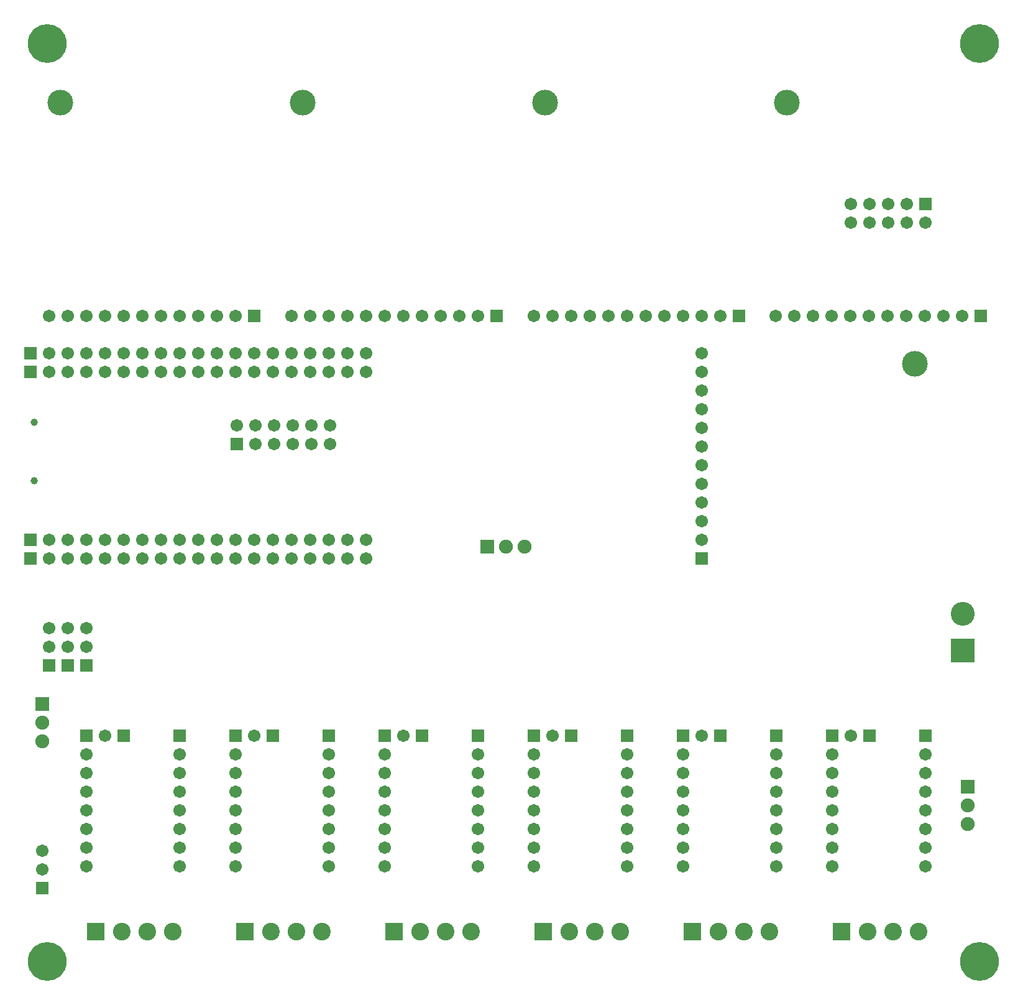
<source format=gbr>
G04 DipTrace 4.0.0.2*
G04 BottomMask.gbr*
%MOIN*%
G04 #@! TF.FileFunction,Soldermask,Bot*
G04 #@! TF.Part,Single*
%ADD54C,0.137795*%
%ADD55C,0.03937*%
%ADD71C,0.094614*%
%ADD73R,0.094614X0.094614*%
%ADD75C,0.128*%
%ADD77R,0.128X0.128*%
%ADD89C,0.208*%
%ADD93C,0.074929*%
%ADD95R,0.074929X0.074929*%
%ADD97C,0.067055*%
%ADD99R,0.067055X0.067055*%
%FSLAX26Y26*%
G04*
G70*
G90*
G75*
G01*
G04 BotMask*
%LPD*%
D99*
X443700Y3793700D3*
D97*
X543700D3*
X643700D3*
X743700D3*
X843700D3*
X943700D3*
X1043700D3*
X1143700D3*
X1243700D3*
X1343700D3*
X1443700D3*
X1543700D3*
X1643700D3*
X1743700D3*
X1843700D3*
X1943700D3*
X2043700D3*
X2143700D3*
X2243700D3*
D99*
X443700Y3693700D3*
D97*
X543700D3*
X643700D3*
X743700D3*
X843700D3*
X943700D3*
X1043700D3*
X1143700D3*
X1243700D3*
X1343700D3*
X1443700D3*
X1543700D3*
X1643700D3*
X1743700D3*
X1843700D3*
X1943700D3*
X2043700D3*
X2143700D3*
X2243700D3*
D95*
X5468700Y1468700D3*
D93*
Y1368700D3*
Y1268700D3*
D95*
X506200Y1912449D3*
D93*
Y1812449D3*
Y1712449D3*
D99*
X443700Y2693700D3*
D97*
X543700D3*
X643700D3*
X743700D3*
X843700D3*
X943700D3*
X1043700D3*
X1143700D3*
X1243700D3*
X1343700D3*
X1443700D3*
X1543700D3*
X1643700D3*
X1743700D3*
X1843700D3*
X1943700D3*
X2043700D3*
X2143700D3*
X2243700D3*
D95*
X2893700Y2756200D3*
D93*
X2993700D3*
X3093700D3*
D99*
X443700Y2793700D3*
D97*
X543700D3*
X643700D3*
X743700D3*
X843700D3*
X943700D3*
X1043700D3*
X1143700D3*
X1243700D3*
X1343700D3*
X1443700D3*
X1543700D3*
X1643700D3*
X1743700D3*
X1843700D3*
X1943700D3*
X2043700D3*
X2143700D3*
X2243700D3*
D99*
X1551180Y3306298D3*
D97*
Y3406298D3*
X1651180Y3306298D3*
Y3406298D3*
X1751180Y3306298D3*
Y3406298D3*
X1851180Y3306298D3*
Y3406298D3*
X1951180Y3306298D3*
Y3406298D3*
X2051180Y3306298D3*
Y3406298D3*
D99*
X743700Y1743700D3*
D97*
Y1643700D3*
Y1543700D3*
Y1443700D3*
Y1343700D3*
Y1243700D3*
Y1143700D3*
Y1043700D3*
D99*
X1543700Y1743700D3*
D97*
Y1643700D3*
Y1543700D3*
Y1443700D3*
Y1343700D3*
Y1243700D3*
Y1143700D3*
Y1043700D3*
D99*
X2343700Y1743700D3*
D97*
Y1643700D3*
Y1543700D3*
Y1443700D3*
Y1343700D3*
Y1243700D3*
Y1143700D3*
Y1043700D3*
D99*
X3143700Y1743700D3*
D97*
Y1643700D3*
Y1543700D3*
Y1443700D3*
Y1343700D3*
Y1243700D3*
Y1143700D3*
Y1043700D3*
D99*
X3943700Y1743700D3*
D97*
Y1643700D3*
Y1543700D3*
Y1443700D3*
Y1343700D3*
Y1243700D3*
Y1143700D3*
Y1043700D3*
D99*
X4743700Y1743700D3*
D97*
Y1643700D3*
Y1543700D3*
Y1443700D3*
Y1343700D3*
Y1243700D3*
Y1143700D3*
Y1043700D3*
D99*
X943700Y1743700D3*
D97*
X843700D3*
D99*
X1743700D3*
D97*
X1643700D3*
D99*
X2543700D3*
D97*
X2443700D3*
D99*
X3343700D3*
D97*
X3243700D3*
D99*
X4143700D3*
D97*
X4043700D3*
D99*
X4943700D3*
D97*
X4843700D3*
D99*
X1243700D3*
D97*
Y1643700D3*
Y1543700D3*
Y1443700D3*
Y1343700D3*
Y1243700D3*
Y1143700D3*
Y1043700D3*
D99*
X2043700Y1743700D3*
D97*
Y1643700D3*
Y1543700D3*
Y1443700D3*
Y1343700D3*
Y1243700D3*
Y1143700D3*
Y1043700D3*
D99*
X2843700Y1743700D3*
D97*
Y1643700D3*
Y1543700D3*
Y1443700D3*
Y1343700D3*
Y1243700D3*
Y1143700D3*
Y1043700D3*
D99*
X3643700Y1743700D3*
D97*
Y1643700D3*
Y1543700D3*
Y1443700D3*
Y1343700D3*
Y1243700D3*
Y1143700D3*
Y1043700D3*
D99*
X4443700Y1743700D3*
D97*
Y1643700D3*
Y1543700D3*
Y1443700D3*
Y1343700D3*
Y1243700D3*
Y1143700D3*
Y1043700D3*
D99*
X5243700Y1743700D3*
D97*
Y1643700D3*
Y1543700D3*
Y1443700D3*
Y1343700D3*
Y1243700D3*
Y1143700D3*
Y1043700D3*
D99*
Y4593700D3*
D97*
Y4493700D3*
X5143700Y4593700D3*
Y4493700D3*
X5043700Y4593700D3*
Y4493700D3*
X4943700Y4593700D3*
Y4493700D3*
X4843700Y4593700D3*
Y4493700D3*
D99*
X743700Y2118700D3*
D97*
Y2218700D3*
Y2318700D3*
D99*
X643700Y2118700D3*
D97*
Y2218700D3*
Y2318700D3*
D99*
X543700Y2118700D3*
D97*
Y2218700D3*
Y2318700D3*
D99*
X506202Y924949D3*
D97*
X506200Y1024949D3*
X506198Y1124949D3*
D89*
X5531495Y531495D3*
Y5452755D3*
X531495D3*
Y531495D3*
D99*
X1643705Y3993700D3*
D97*
X1543705D3*
X1443705D3*
X1343705D3*
X1243705D3*
X1143705D3*
X1043705D3*
X943705D3*
X843714D3*
X743714D3*
X643714D3*
X543714D3*
D54*
X601574Y5135432D3*
D99*
X2943705Y3993700D3*
D97*
X2843705D3*
X2743705D3*
X2643705D3*
X2543705D3*
X2443705D3*
X2343705D3*
X2243705D3*
X2143714D3*
X2043714D3*
X1943714D3*
X1843714D3*
D54*
X1901574Y5135432D3*
D99*
X4243705Y3993700D3*
D97*
X4143705D3*
X4043705D3*
X3943705D3*
X3843705D3*
X3743705D3*
X3643705D3*
X3543705D3*
X3443714D3*
X3343714D3*
X3243714D3*
X3143714D3*
D54*
X3201574Y5135432D3*
D99*
X5540106Y3993700D3*
D97*
X5440106D3*
X5340106D3*
X5240106D3*
X5140106D3*
X5040106D3*
X4940106D3*
X4840106D3*
X4740115D3*
X4640115D3*
X4540115D3*
X4440115D3*
D54*
X4497974Y5135432D3*
D99*
X4043700Y2693708D3*
D97*
Y2793708D3*
Y2893708D3*
Y2993708D3*
Y3093708D3*
Y3193708D3*
Y3293708D3*
Y3393708D3*
Y3493699D3*
Y3593699D3*
Y3693699D3*
Y3793699D3*
D54*
X5185432Y3735839D3*
D55*
X462598Y3422834D3*
Y3107873D3*
D77*
X5443699Y2199949D3*
D75*
Y2396800D3*
D73*
X793700Y693700D3*
D71*
X931495D3*
X1069291D3*
X1207086D3*
D73*
X1593700D3*
D71*
X1731495D3*
X1869291D3*
X2007086D3*
D73*
X2393700D3*
D71*
X2531495D3*
X2669291D3*
X2807086D3*
D73*
X3193700D3*
D71*
X3331495D3*
X3469291D3*
X3607086D3*
D73*
X3993700D3*
D71*
X4131495D3*
X4269291D3*
X4407086D3*
D73*
X4793700D3*
D71*
X4931495D3*
X5069291D3*
X5207086D3*
M02*

</source>
